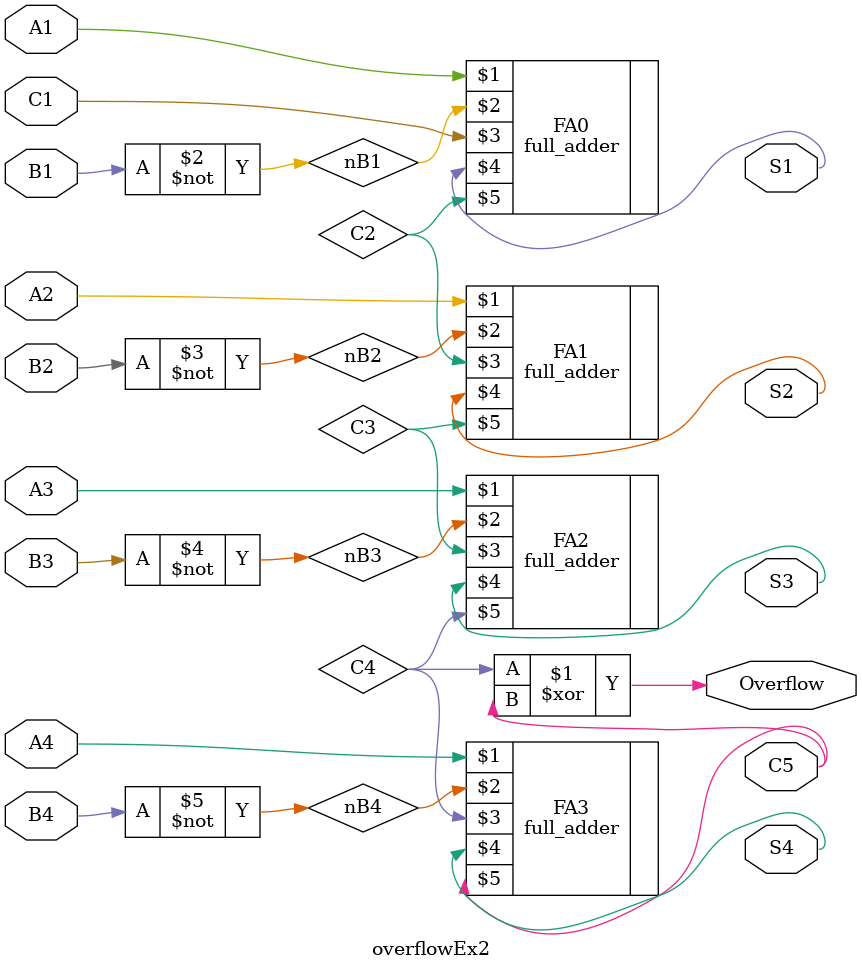
<source format=v>
module overflowEx2(A1, A2, A3, A4, B1, B2, B3, B4, S1, S2, S3, S4, C1, C5, Overflow);

input A1, A2, A3, A4;
input B1, B2, B3, B4;
input C1;

output S1, S2, S3, S4;
output C5;
output Overflow;

wire nB1,nB2, nB3, nB4; 
wire C2, C3, C4;

not (nB1, B1);
not (nB2, B2);
not (nB3, B3);
not (nB4, B4);

full_adder FA0 (A1, nB1, C1, S1, C2);
full_adder FA1 (A2, nB2, C2, S2, C3);
full_adder FA2 (A3, nB3, C3, S3, C4);
full_adder FA3 (A4, nB4, C4, S4, C5);

xor (Overflow, C4, C5);

endmodule 
</source>
